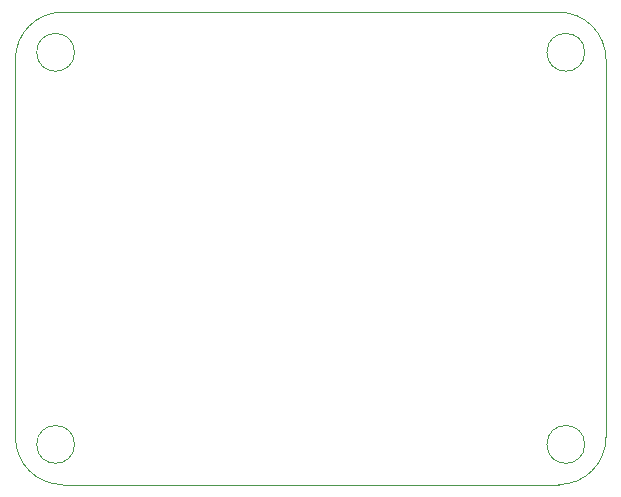
<source format=gbr>
G04 #@! TF.GenerationSoftware,KiCad,Pcbnew,5.0.1*
G04 #@! TF.CreationDate,2019-03-20T13:16:31+05:30*
G04 #@! TF.ProjectId,motor,6D6F746F722E6B696361645F70636200,rev?*
G04 #@! TF.SameCoordinates,Original*
G04 #@! TF.FileFunction,Profile,NP*
%FSLAX46Y46*%
G04 Gerber Fmt 4.6, Leading zero omitted, Abs format (unit mm)*
G04 Created by KiCad (PCBNEW 5.0.1) date Wed 20 Mar 2019 01:16:31 PM IST*
%MOMM*%
%LPD*%
G01*
G04 APERTURE LIST*
%ADD10C,0.100000*%
G04 APERTURE END LIST*
D10*
X80810000Y-99820000D02*
X80810000Y-83820000D01*
X85810000Y-116420000D02*
G75*
G03X85810000Y-116420000I-1600000J0D01*
G01*
X84810000Y-119820000D02*
G75*
G02X80810000Y-115820000I0J4000000D01*
G01*
X129010000Y-116420000D02*
G75*
G03X129010000Y-116420000I-1600000J0D01*
G01*
X130810000Y-115820000D02*
G75*
G02X126810000Y-119820000I-4000000J0D01*
G01*
X130810000Y-83820000D02*
X130810000Y-99820000D01*
X129010000Y-83220000D02*
G75*
G03X129010000Y-83220000I-1600000J0D01*
G01*
X105810000Y-79820000D02*
X126810000Y-79820000D01*
X80810000Y-83820000D02*
G75*
G02X84810000Y-79820000I4000000J0D01*
G01*
X85810000Y-83220000D02*
G75*
G03X85810000Y-83220000I-1600000J0D01*
G01*
X130810000Y-99820000D02*
X130810000Y-115820000D01*
X105810000Y-119820000D02*
X84810000Y-119820000D01*
X80810000Y-115820000D02*
X80810000Y-99820000D01*
X126810000Y-79820000D02*
G75*
G02X130810000Y-83820000I0J-4000000D01*
G01*
X84810000Y-79820000D02*
X105810000Y-79820000D01*
X126810000Y-119820000D02*
X105810000Y-119820000D01*
M02*

</source>
